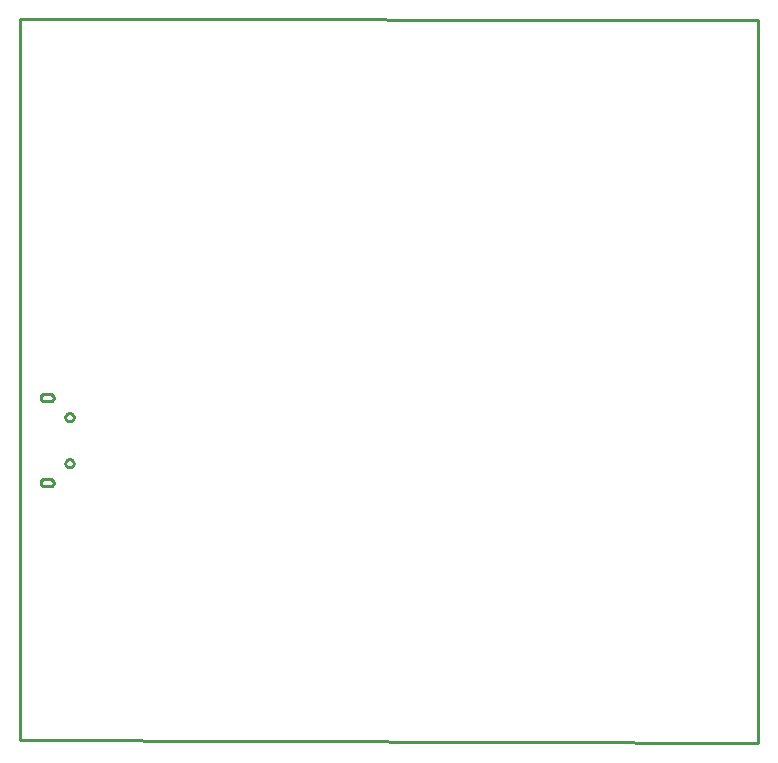
<source format=gbr>
G04 EAGLE Gerber X2 export*
%TF.Part,Single*%
%TF.FileFunction,Profile,NP*%
%TF.FilePolarity,Positive*%
%TF.GenerationSoftware,Autodesk,EAGLE,9.1.3*%
%TF.CreationDate,2018-09-14T10:42:21Z*%
G75*
%MOMM*%
%FSLAX34Y34*%
%LPD*%
%AMOC8*
5,1,8,0,0,1.08239X$1,22.5*%
G01*
%ADD10C,0.254000*%


D10*
X0Y409D02*
X624840Y-2540D01*
X624840Y309880D01*
X624619Y312641D01*
X624619Y610207D01*
X0Y610627D01*
X0Y409D01*
X17410Y218000D02*
X17399Y217759D01*
X17408Y217519D01*
X17439Y217280D01*
X17490Y217044D01*
X17562Y216814D01*
X17653Y216592D01*
X17764Y216377D01*
X17893Y216174D01*
X18039Y215982D01*
X18201Y215804D01*
X18378Y215641D01*
X18569Y215493D01*
X18771Y215363D01*
X18985Y215251D01*
X19207Y215158D01*
X19436Y215085D01*
X19671Y215032D01*
X19910Y215000D01*
X25910Y215000D01*
X26149Y215032D01*
X26384Y215085D01*
X26613Y215158D01*
X26835Y215251D01*
X27049Y215363D01*
X27252Y215493D01*
X27442Y215641D01*
X27619Y215804D01*
X27781Y215982D01*
X27927Y216174D01*
X28056Y216377D01*
X28167Y216592D01*
X28258Y216814D01*
X28330Y217044D01*
X28381Y217280D01*
X28412Y217519D01*
X28421Y217759D01*
X28410Y218000D01*
X28421Y218241D01*
X28412Y218481D01*
X28381Y218720D01*
X28330Y218956D01*
X28258Y219186D01*
X28167Y219409D01*
X28056Y219623D01*
X27927Y219826D01*
X27781Y220018D01*
X27619Y220196D01*
X27442Y220359D01*
X27252Y220507D01*
X27049Y220637D01*
X26835Y220749D01*
X26613Y220842D01*
X26384Y220915D01*
X26149Y220968D01*
X25910Y221000D01*
X19910Y221000D01*
X19671Y220968D01*
X19436Y220915D01*
X19207Y220842D01*
X18985Y220749D01*
X18771Y220637D01*
X18569Y220507D01*
X18378Y220359D01*
X18201Y220196D01*
X18039Y220018D01*
X17893Y219826D01*
X17764Y219623D01*
X17653Y219409D01*
X17562Y219186D01*
X17490Y218956D01*
X17439Y218720D01*
X17408Y218481D01*
X17399Y218241D01*
X17410Y218000D01*
X17410Y290000D02*
X17399Y289759D01*
X17408Y289519D01*
X17439Y289280D01*
X17490Y289044D01*
X17562Y288814D01*
X17653Y288592D01*
X17764Y288377D01*
X17893Y288174D01*
X18039Y287982D01*
X18201Y287804D01*
X18378Y287641D01*
X18569Y287493D01*
X18771Y287363D01*
X18985Y287251D01*
X19207Y287158D01*
X19436Y287085D01*
X19671Y287032D01*
X19910Y287000D01*
X25910Y287000D01*
X26149Y287032D01*
X26384Y287085D01*
X26613Y287158D01*
X26835Y287251D01*
X27049Y287363D01*
X27252Y287493D01*
X27442Y287641D01*
X27619Y287804D01*
X27781Y287982D01*
X27927Y288174D01*
X28056Y288377D01*
X28167Y288592D01*
X28258Y288814D01*
X28330Y289044D01*
X28381Y289280D01*
X28412Y289519D01*
X28421Y289759D01*
X28410Y290000D01*
X28421Y290241D01*
X28412Y290481D01*
X28381Y290720D01*
X28330Y290956D01*
X28258Y291186D01*
X28167Y291409D01*
X28056Y291623D01*
X27927Y291826D01*
X27781Y292018D01*
X27619Y292196D01*
X27442Y292359D01*
X27252Y292507D01*
X27049Y292637D01*
X26835Y292749D01*
X26613Y292842D01*
X26384Y292915D01*
X26149Y292968D01*
X25910Y293000D01*
X19910Y293000D01*
X19671Y292968D01*
X19436Y292915D01*
X19207Y292842D01*
X18985Y292749D01*
X18771Y292637D01*
X18569Y292507D01*
X18378Y292359D01*
X18201Y292196D01*
X18039Y292018D01*
X17893Y291826D01*
X17764Y291623D01*
X17653Y291409D01*
X17562Y291186D01*
X17490Y290956D01*
X17439Y290720D01*
X17408Y290481D01*
X17399Y290241D01*
X17410Y290000D01*
X41681Y270000D02*
X41226Y270060D01*
X40783Y270179D01*
X40359Y270354D01*
X39961Y270584D01*
X39597Y270863D01*
X39273Y271187D01*
X38994Y271551D01*
X38764Y271949D01*
X38589Y272373D01*
X38470Y272816D01*
X38410Y273271D01*
X38410Y273729D01*
X38470Y274184D01*
X38589Y274627D01*
X38764Y275051D01*
X38994Y275449D01*
X39273Y275813D01*
X39597Y276137D01*
X39961Y276416D01*
X40359Y276646D01*
X40783Y276821D01*
X41226Y276940D01*
X41681Y277000D01*
X42139Y277000D01*
X42594Y276940D01*
X43037Y276821D01*
X43461Y276646D01*
X43859Y276416D01*
X44223Y276137D01*
X44547Y275813D01*
X44826Y275449D01*
X45056Y275051D01*
X45231Y274627D01*
X45350Y274184D01*
X45410Y273729D01*
X45410Y273271D01*
X45350Y272816D01*
X45231Y272373D01*
X45056Y271949D01*
X44826Y271551D01*
X44547Y271187D01*
X44223Y270863D01*
X43859Y270584D01*
X43461Y270354D01*
X43037Y270179D01*
X42594Y270060D01*
X42139Y270000D01*
X41681Y270000D01*
X41681Y231000D02*
X41226Y231060D01*
X40783Y231179D01*
X40359Y231354D01*
X39961Y231584D01*
X39597Y231863D01*
X39273Y232187D01*
X38994Y232551D01*
X38764Y232949D01*
X38589Y233373D01*
X38470Y233816D01*
X38410Y234271D01*
X38410Y234729D01*
X38470Y235184D01*
X38589Y235627D01*
X38764Y236051D01*
X38994Y236449D01*
X39273Y236813D01*
X39597Y237137D01*
X39961Y237416D01*
X40359Y237646D01*
X40783Y237821D01*
X41226Y237940D01*
X41681Y238000D01*
X42139Y238000D01*
X42594Y237940D01*
X43037Y237821D01*
X43461Y237646D01*
X43859Y237416D01*
X44223Y237137D01*
X44547Y236813D01*
X44826Y236449D01*
X45056Y236051D01*
X45231Y235627D01*
X45350Y235184D01*
X45410Y234729D01*
X45410Y234271D01*
X45350Y233816D01*
X45231Y233373D01*
X45056Y232949D01*
X44826Y232551D01*
X44547Y232187D01*
X44223Y231863D01*
X43859Y231584D01*
X43461Y231354D01*
X43037Y231179D01*
X42594Y231060D01*
X42139Y231000D01*
X41681Y231000D01*
M02*

</source>
